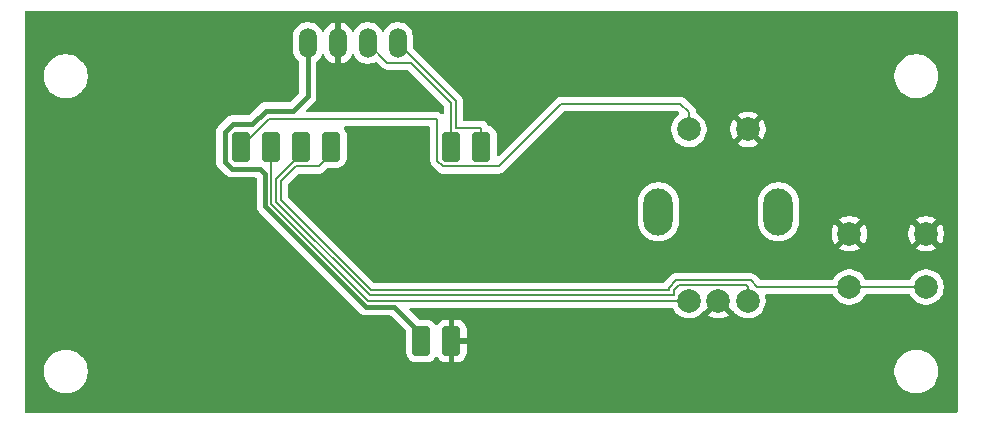
<source format=gbr>
%TF.GenerationSoftware,KiCad,Pcbnew,9.0.1*%
%TF.CreationDate,2025-04-18T19:30:08+12:00*%
%TF.ProjectId,Custom_V0_Display,43757374-6f6d-45f5-9630-5f446973706c,rev?*%
%TF.SameCoordinates,Original*%
%TF.FileFunction,Copper,L2,Bot*%
%TF.FilePolarity,Positive*%
%FSLAX46Y46*%
G04 Gerber Fmt 4.6, Leading zero omitted, Abs format (unit mm)*
G04 Created by KiCad (PCBNEW 9.0.1) date 2025-04-18 19:30:08*
%MOMM*%
%LPD*%
G01*
G04 APERTURE LIST*
G04 Aperture macros list*
%AMRoundRect*
0 Rectangle with rounded corners*
0 $1 Rounding radius*
0 $2 $3 $4 $5 $6 $7 $8 $9 X,Y pos of 4 corners*
0 Add a 4 corners polygon primitive as box body*
4,1,4,$2,$3,$4,$5,$6,$7,$8,$9,$2,$3,0*
0 Add four circle primitives for the rounded corners*
1,1,$1+$1,$2,$3*
1,1,$1+$1,$4,$5*
1,1,$1+$1,$6,$7*
1,1,$1+$1,$8,$9*
0 Add four rect primitives between the rounded corners*
20,1,$1+$1,$2,$3,$4,$5,0*
20,1,$1+$1,$4,$5,$6,$7,0*
20,1,$1+$1,$6,$7,$8,$9,0*
20,1,$1+$1,$8,$9,$2,$3,0*%
G04 Aperture macros list end*
%TA.AperFunction,ComponentPad*%
%ADD10RoundRect,0.400000X0.400000X-0.900000X0.400000X0.900000X-0.400000X0.900000X-0.400000X-0.900000X0*%
%TD*%
%TA.AperFunction,ComponentPad*%
%ADD11RoundRect,0.400050X0.400050X-0.899950X0.400050X0.899950X-0.400050X0.899950X-0.400050X-0.899950X0*%
%TD*%
%TA.AperFunction,ComponentPad*%
%ADD12O,1.524000X2.524000*%
%TD*%
%TA.AperFunction,ComponentPad*%
%ADD13C,2.000000*%
%TD*%
%TA.AperFunction,ComponentPad*%
%ADD14O,2.500000X4.000000*%
%TD*%
%TA.AperFunction,Conductor*%
%ADD15C,0.200000*%
%TD*%
%TA.AperFunction,Conductor*%
%ADD16C,0.450000*%
%TD*%
G04 APERTURE END LIST*
D10*
%TO.P,REF\u002A\u002A,1*%
%TO.N,GPIO0*%
X124354950Y-61635000D03*
%TO.P,REF\u002A\u002A,2*%
%TO.N,GPIO1*%
X121814950Y-61635000D03*
D11*
%TO.P,REF\u002A\u002A,6*%
%TO.N,GPIO5*%
X111654950Y-61635000D03*
%TO.P,REF\u002A\u002A,7*%
%TO.N,GPIO6*%
X109114950Y-61635000D03*
%TO.P,REF\u002A\u002A,8*%
%TO.N,GPIO7*%
X106574950Y-61635000D03*
%TO.P,REF\u002A\u002A,9*%
%TO.N,GPIO8*%
X104034950Y-61635000D03*
%TO.P,REF\u002A\u002A,20*%
%TO.N,GND*%
X121814950Y-78075000D03*
%TO.P,REF\u002A\u002A,21*%
%TO.N,3v3*%
X119274950Y-78075000D03*
%TD*%
D12*
%TO.P,OLED1,1*%
%TO.N,3v3*%
X109660000Y-52850000D03*
%TO.P,OLED1,2*%
%TO.N,GND*%
X112200000Y-52850000D03*
%TO.P,OLED1,3*%
%TO.N,GPIO1*%
X114740000Y-52850000D03*
%TO.P,OLED1,4*%
%TO.N,GPIO0*%
X117280000Y-52850000D03*
%TD*%
D13*
%TO.P,SW1,1*%
%TO.N,GND*%
X155500000Y-69000000D03*
X162000000Y-69000000D03*
%TO.P,SW1,2*%
%TO.N,GPIO5*%
X155500000Y-73500000D03*
X162000000Y-73500000D03*
%TD*%
%TO.P,SW2,A*%
%TO.N,GPIO7*%
X141920000Y-74650000D03*
%TO.P,SW2,B*%
%TO.N,GPIO6*%
X146920000Y-74650000D03*
%TO.P,SW2,C*%
%TO.N,GND*%
X144420000Y-74650000D03*
D14*
%TO.P,SW2,MP*%
%TO.N,N/C*%
X139340000Y-67150000D03*
X149500000Y-67150000D03*
D13*
%TO.P,SW2,S1*%
%TO.N,GPIO8*%
X141920000Y-60150000D03*
%TO.P,SW2,S2*%
%TO.N,GND*%
X146920000Y-60150000D03*
%TD*%
D15*
%TO.N,GPIO8*%
X141920000Y-58720000D02*
X141920000Y-60150000D01*
X141200000Y-58000000D02*
X141920000Y-58720000D01*
X121100000Y-63300000D02*
X125800000Y-63300000D01*
X125800000Y-63300000D02*
X131100000Y-58000000D01*
X120600000Y-62800000D02*
X121100000Y-63300000D01*
X120600000Y-59300000D02*
X120600000Y-62800000D01*
X106400000Y-59300000D02*
X120600000Y-59300000D01*
X131100000Y-58000000D02*
X141200000Y-58000000D01*
X104034950Y-61665050D02*
X106400000Y-59300000D01*
%TO.N,GPIO5*%
X147704946Y-73500000D02*
X155500000Y-73500000D01*
X147152946Y-72948000D02*
X147704946Y-73500000D01*
X140825977Y-72948000D02*
X147152946Y-72948000D01*
X140218000Y-73799000D02*
X140218000Y-73555977D01*
X108617050Y-63300000D02*
X107376950Y-64540100D01*
X115041714Y-73799000D02*
X140218000Y-73799000D01*
X140218000Y-73555977D02*
X140825977Y-72948000D01*
X110589950Y-63300000D02*
X108617050Y-63300000D01*
X111654950Y-62235000D02*
X110589950Y-63300000D01*
X107376950Y-64540100D02*
X107376950Y-66134236D01*
X107376950Y-66134236D02*
X115041714Y-73799000D01*
D16*
%TO.N,3v3*%
X116975950Y-75176000D02*
X119274950Y-77475000D01*
X114540638Y-75176000D02*
X116975950Y-75176000D01*
X106048950Y-66684312D02*
X114540638Y-75176000D01*
X106048950Y-63948950D02*
X106048950Y-66684312D01*
X105600000Y-63500000D02*
X106048950Y-63948950D01*
X102600000Y-60400000D02*
X102600000Y-62900000D01*
X104959421Y-59696703D02*
X103303297Y-59696703D01*
X103303297Y-59696703D02*
X102600000Y-60400000D01*
X106085475Y-58570649D02*
X104959421Y-59696703D01*
X108429351Y-58570649D02*
X106085475Y-58570649D01*
X102600000Y-62900000D02*
X103200000Y-63500000D01*
X109660000Y-57340000D02*
X108429351Y-58570649D01*
X109660000Y-52850000D02*
X109660000Y-57340000D01*
X103200000Y-63500000D02*
X105600000Y-63500000D01*
D15*
%TO.N,GPIO6*%
X106975950Y-64374000D02*
X109114950Y-62235000D01*
X114875614Y-74200000D02*
X106975950Y-66300336D01*
X140619000Y-74200000D02*
X114875614Y-74200000D01*
X140619000Y-73796054D02*
X140619000Y-74200000D01*
X141066054Y-73349000D02*
X140619000Y-73796054D01*
X146749000Y-73349000D02*
X141066054Y-73349000D01*
X146920000Y-73520000D02*
X146749000Y-73349000D01*
X106975950Y-66300336D02*
X106975950Y-64374000D01*
X146920000Y-74650000D02*
X146920000Y-73520000D01*
%TO.N,GPIO7*%
X106574950Y-66466436D02*
X106574950Y-62235000D01*
X114758514Y-74650000D02*
X106574950Y-66466436D01*
X141920000Y-74650000D02*
X114758514Y-74650000D01*
%TO.N,GPIO0*%
X122215950Y-60034000D02*
X122215950Y-57785950D01*
X124354950Y-60034000D02*
X122215950Y-60034000D01*
X124354950Y-62235000D02*
X124354950Y-60034000D01*
X122215950Y-57785950D02*
X117280000Y-52850000D01*
%TO.N,GPIO1*%
X118362900Y-54500000D02*
X116390000Y-54500000D01*
X116390000Y-54500000D02*
X114740000Y-52850000D01*
X121814950Y-57952050D02*
X118362900Y-54500000D01*
X121814950Y-62235000D02*
X121814950Y-57952050D01*
%TO.N,GPIO5*%
X162000000Y-73500000D02*
X155500000Y-73500000D01*
%TD*%
%TA.AperFunction,Conductor*%
%TO.N,GND*%
G36*
X112450000Y-54588132D02*
G01*
X112495526Y-54580922D01*
X112684437Y-54519542D01*
X112861432Y-54429358D01*
X113022139Y-54312596D01*
X113022140Y-54312596D01*
X113162596Y-54172140D01*
X113162596Y-54172139D01*
X113279358Y-54011432D01*
X113359234Y-53854668D01*
X113407208Y-53803872D01*
X113475029Y-53787077D01*
X113541164Y-53809614D01*
X113580203Y-53854667D01*
X113660213Y-54011694D01*
X113777019Y-54172464D01*
X113917536Y-54312981D01*
X114078306Y-54429787D01*
X114157717Y-54470249D01*
X114255367Y-54520005D01*
X114255370Y-54520006D01*
X114349866Y-54550709D01*
X114444364Y-54581413D01*
X114640639Y-54612500D01*
X114640640Y-54612500D01*
X114839360Y-54612500D01*
X114839361Y-54612500D01*
X115035636Y-54581413D01*
X115224632Y-54520005D01*
X115367038Y-54447444D01*
X115435707Y-54434549D01*
X115500447Y-54460825D01*
X115511014Y-54470249D01*
X115905139Y-54864374D01*
X115905149Y-54864385D01*
X115909479Y-54868715D01*
X115909480Y-54868716D01*
X116021284Y-54980520D01*
X116021286Y-54980521D01*
X116021290Y-54980524D01*
X116148374Y-55053895D01*
X116158216Y-55059577D01*
X116270019Y-55089534D01*
X116310942Y-55100500D01*
X116310943Y-55100500D01*
X118062803Y-55100500D01*
X118129842Y-55120185D01*
X118150484Y-55136819D01*
X121178131Y-58164466D01*
X121211616Y-58225789D01*
X121214450Y-58252147D01*
X121214450Y-58765852D01*
X121194765Y-58832891D01*
X121141961Y-58878646D01*
X121072803Y-58888590D01*
X121009247Y-58859565D01*
X121002769Y-58853533D01*
X120968717Y-58819481D01*
X120968709Y-58819475D01*
X120831790Y-58740426D01*
X120831786Y-58740424D01*
X120831784Y-58740423D01*
X120679057Y-58699500D01*
X120679056Y-58699500D01*
X109625874Y-58699500D01*
X109558835Y-58679815D01*
X109513080Y-58627011D01*
X109503136Y-58557853D01*
X109532161Y-58494297D01*
X109538193Y-58487819D01*
X110223528Y-57802484D01*
X110223533Y-57802479D01*
X110263231Y-57743066D01*
X110302928Y-57683655D01*
X110324621Y-57631284D01*
X110357619Y-57551620D01*
X110379738Y-57440423D01*
X110385500Y-57411457D01*
X110385500Y-54446610D01*
X110405185Y-54379571D01*
X110436616Y-54346291D01*
X110482460Y-54312984D01*
X110482460Y-54312983D01*
X110482464Y-54312981D01*
X110622981Y-54172464D01*
X110739787Y-54011694D01*
X110819796Y-53854667D01*
X110867769Y-53803872D01*
X110935590Y-53787077D01*
X111001725Y-53809614D01*
X111040765Y-53854668D01*
X111120641Y-54011432D01*
X111237403Y-54172139D01*
X111237403Y-54172140D01*
X111377859Y-54312596D01*
X111538567Y-54429358D01*
X111715562Y-54519542D01*
X111904473Y-54580922D01*
X111950000Y-54588133D01*
X111950000Y-53638816D01*
X111966060Y-53654876D01*
X112052939Y-53705036D01*
X112149840Y-53731000D01*
X112250160Y-53731000D01*
X112347061Y-53705036D01*
X112433940Y-53654876D01*
X112450000Y-53638816D01*
X112450000Y-54588132D01*
G37*
%TD.AperFunction*%
%TA.AperFunction,Conductor*%
G36*
X164612539Y-50170185D02*
G01*
X164658294Y-50222989D01*
X164669500Y-50274500D01*
X164669500Y-84025500D01*
X164649815Y-84092539D01*
X164597011Y-84138294D01*
X164545500Y-84149500D01*
X85794500Y-84149500D01*
X85727461Y-84129815D01*
X85681706Y-84077011D01*
X85670500Y-84025500D01*
X85670500Y-80528711D01*
X87319500Y-80528711D01*
X87319500Y-80771288D01*
X87351161Y-81011785D01*
X87413947Y-81246104D01*
X87506773Y-81470205D01*
X87506776Y-81470212D01*
X87628064Y-81680289D01*
X87628066Y-81680292D01*
X87628067Y-81680293D01*
X87775733Y-81872736D01*
X87775739Y-81872743D01*
X87947256Y-82044260D01*
X87947262Y-82044265D01*
X88139711Y-82191936D01*
X88349788Y-82313224D01*
X88573900Y-82406054D01*
X88808211Y-82468838D01*
X88988586Y-82492584D01*
X89048711Y-82500500D01*
X89048712Y-82500500D01*
X89291289Y-82500500D01*
X89339388Y-82494167D01*
X89531789Y-82468838D01*
X89766100Y-82406054D01*
X89990212Y-82313224D01*
X90200289Y-82191936D01*
X90392738Y-82044265D01*
X90564265Y-81872738D01*
X90711936Y-81680289D01*
X90833224Y-81470212D01*
X90926054Y-81246100D01*
X90988838Y-81011789D01*
X91020500Y-80771288D01*
X91020500Y-80528712D01*
X91020500Y-80528711D01*
X159319500Y-80528711D01*
X159319500Y-80771288D01*
X159351161Y-81011785D01*
X159413947Y-81246104D01*
X159506773Y-81470205D01*
X159506776Y-81470212D01*
X159628064Y-81680289D01*
X159628066Y-81680292D01*
X159628067Y-81680293D01*
X159775733Y-81872736D01*
X159775739Y-81872743D01*
X159947256Y-82044260D01*
X159947262Y-82044265D01*
X160139711Y-82191936D01*
X160349788Y-82313224D01*
X160573900Y-82406054D01*
X160808211Y-82468838D01*
X160988586Y-82492584D01*
X161048711Y-82500500D01*
X161048712Y-82500500D01*
X161291289Y-82500500D01*
X161339388Y-82494167D01*
X161531789Y-82468838D01*
X161766100Y-82406054D01*
X161990212Y-82313224D01*
X162200289Y-82191936D01*
X162392738Y-82044265D01*
X162564265Y-81872738D01*
X162711936Y-81680289D01*
X162833224Y-81470212D01*
X162926054Y-81246100D01*
X162988838Y-81011789D01*
X163020500Y-80771288D01*
X163020500Y-80528712D01*
X162988838Y-80288211D01*
X162926054Y-80053900D01*
X162833224Y-79829788D01*
X162711936Y-79619711D01*
X162595621Y-79468126D01*
X162564266Y-79427263D01*
X162564260Y-79427256D01*
X162392743Y-79255739D01*
X162392736Y-79255733D01*
X162200293Y-79108067D01*
X162200292Y-79108066D01*
X162200289Y-79108064D01*
X161990212Y-78986776D01*
X161990205Y-78986773D01*
X161766104Y-78893947D01*
X161531785Y-78831161D01*
X161291289Y-78799500D01*
X161291288Y-78799500D01*
X161048712Y-78799500D01*
X161048711Y-78799500D01*
X160808214Y-78831161D01*
X160573895Y-78893947D01*
X160349794Y-78986773D01*
X160349785Y-78986777D01*
X160139706Y-79108067D01*
X159947263Y-79255733D01*
X159947256Y-79255739D01*
X159775739Y-79427256D01*
X159775733Y-79427263D01*
X159628067Y-79619706D01*
X159506777Y-79829785D01*
X159506773Y-79829794D01*
X159413947Y-80053895D01*
X159351161Y-80288214D01*
X159319500Y-80528711D01*
X91020500Y-80528711D01*
X90988838Y-80288211D01*
X90926054Y-80053900D01*
X90833224Y-79829788D01*
X90711936Y-79619711D01*
X90595621Y-79468126D01*
X90564266Y-79427263D01*
X90564260Y-79427256D01*
X90392743Y-79255739D01*
X90392736Y-79255733D01*
X90200293Y-79108067D01*
X90200292Y-79108066D01*
X90200289Y-79108064D01*
X89990212Y-78986776D01*
X89990205Y-78986773D01*
X89766104Y-78893947D01*
X89531785Y-78831161D01*
X89291289Y-78799500D01*
X89291288Y-78799500D01*
X89048712Y-78799500D01*
X89048711Y-78799500D01*
X88808214Y-78831161D01*
X88573895Y-78893947D01*
X88349794Y-78986773D01*
X88349785Y-78986777D01*
X88139706Y-79108067D01*
X87947263Y-79255733D01*
X87947256Y-79255739D01*
X87775739Y-79427256D01*
X87775733Y-79427263D01*
X87628067Y-79619706D01*
X87506777Y-79829785D01*
X87506773Y-79829794D01*
X87413947Y-80053895D01*
X87351161Y-80288214D01*
X87319500Y-80528711D01*
X85670500Y-80528711D01*
X85670500Y-62971457D01*
X101874499Y-62971457D01*
X101902379Y-63111614D01*
X101902381Y-63111620D01*
X101957070Y-63243651D01*
X102036469Y-63362482D01*
X102737516Y-64063529D01*
X102737524Y-64063535D01*
X102855265Y-64142207D01*
X102856344Y-64142928D01*
X102895016Y-64158946D01*
X102988380Y-64197619D01*
X102988384Y-64197619D01*
X102988385Y-64197620D01*
X103128542Y-64225500D01*
X103128545Y-64225500D01*
X105199450Y-64225500D01*
X105266489Y-64245185D01*
X105312244Y-64297989D01*
X105323450Y-64349500D01*
X105323450Y-66755767D01*
X105323450Y-66755769D01*
X105323449Y-66755769D01*
X105351329Y-66895926D01*
X105351331Y-66895932D01*
X105406020Y-67027963D01*
X105485419Y-67146794D01*
X114078155Y-75739530D01*
X114160445Y-75794514D01*
X114160450Y-75794517D01*
X114196985Y-75818929D01*
X114329018Y-75873619D01*
X114329022Y-75873619D01*
X114329023Y-75873620D01*
X114469180Y-75901500D01*
X114469183Y-75901500D01*
X116624076Y-75901500D01*
X116691115Y-75921185D01*
X116711757Y-75937819D01*
X117938031Y-77164093D01*
X117971516Y-77225416D01*
X117974350Y-77251774D01*
X117974350Y-79037964D01*
X117974351Y-79037983D01*
X117980537Y-79116599D01*
X117980537Y-79116602D01*
X117980538Y-79116603D01*
X118029534Y-79299456D01*
X118058912Y-79357114D01*
X118115473Y-79468124D01*
X118115474Y-79468126D01*
X118181301Y-79549414D01*
X118234608Y-79615242D01*
X118315896Y-79681068D01*
X118381723Y-79734375D01*
X118381725Y-79734376D01*
X118437229Y-79762656D01*
X118550394Y-79820316D01*
X118733247Y-79869312D01*
X118811875Y-79875500D01*
X119738024Y-79875499D01*
X119816653Y-79869312D01*
X119999506Y-79820316D01*
X120168176Y-79734375D01*
X120315292Y-79615242D01*
X120434425Y-79468126D01*
X120434744Y-79467500D01*
X120435025Y-79467201D01*
X120437964Y-79462677D01*
X120438791Y-79463214D01*
X120482718Y-79416703D01*
X120550538Y-79399907D01*
X120616674Y-79422443D01*
X120651680Y-79462843D01*
X120652357Y-79462404D01*
X120655518Y-79467271D01*
X120655715Y-79467499D01*
X120655894Y-79467851D01*
X120655896Y-79467854D01*
X120774963Y-79614886D01*
X120921995Y-79733953D01*
X120921998Y-79733955D01*
X121090575Y-79819848D01*
X121273327Y-79868816D01*
X121351896Y-79874999D01*
X121351910Y-79875000D01*
X121564950Y-79875000D01*
X122064950Y-79875000D01*
X122277990Y-79875000D01*
X122278003Y-79874999D01*
X122356572Y-79868816D01*
X122539324Y-79819848D01*
X122707901Y-79733955D01*
X122707904Y-79733953D01*
X122854936Y-79614886D01*
X122974003Y-79467854D01*
X122974005Y-79467851D01*
X123059898Y-79299274D01*
X123108866Y-79116522D01*
X123115049Y-79037953D01*
X123115050Y-79037940D01*
X123115050Y-78325000D01*
X122064950Y-78325000D01*
X122064950Y-79875000D01*
X121564950Y-79875000D01*
X121564950Y-77790686D01*
X121569344Y-77795080D01*
X121660556Y-77847741D01*
X121762289Y-77875000D01*
X121867611Y-77875000D01*
X121969344Y-77847741D01*
X122060556Y-77795080D01*
X122064950Y-77790686D01*
X122064950Y-77825000D01*
X123115050Y-77825000D01*
X123115050Y-77112059D01*
X123115049Y-77112046D01*
X123108866Y-77033477D01*
X123059898Y-76850725D01*
X122974005Y-76682148D01*
X122974003Y-76682145D01*
X122854936Y-76535113D01*
X122707904Y-76416046D01*
X122707901Y-76416044D01*
X122539324Y-76330151D01*
X122356572Y-76281183D01*
X122278003Y-76275000D01*
X122064950Y-76275000D01*
X122064950Y-77159314D01*
X122060556Y-77154920D01*
X121969344Y-77102259D01*
X121867611Y-77075000D01*
X121762289Y-77075000D01*
X121660556Y-77102259D01*
X121569344Y-77154920D01*
X121564950Y-77159314D01*
X121564950Y-76275000D01*
X121351896Y-76275000D01*
X121273327Y-76281183D01*
X121090575Y-76330151D01*
X120921998Y-76416044D01*
X120921995Y-76416046D01*
X120774963Y-76535113D01*
X120655896Y-76682145D01*
X120655892Y-76682151D01*
X120655711Y-76682508D01*
X120655551Y-76682677D01*
X120652357Y-76687596D01*
X120651457Y-76687011D01*
X120607734Y-76733301D01*
X120539912Y-76750092D01*
X120473778Y-76727550D01*
X120438576Y-76686924D01*
X120437964Y-76687323D01*
X120435098Y-76682910D01*
X120434748Y-76682506D01*
X120434427Y-76681877D01*
X120434425Y-76681873D01*
X120381118Y-76616046D01*
X120315292Y-76534758D01*
X120249464Y-76481451D01*
X120168176Y-76415624D01*
X120168174Y-76415623D01*
X120057164Y-76359062D01*
X119999506Y-76329684D01*
X119932574Y-76311749D01*
X119816651Y-76280687D01*
X119738030Y-76274500D01*
X119738025Y-76274500D01*
X119151824Y-76274500D01*
X119084785Y-76254815D01*
X119064143Y-76238181D01*
X118288143Y-75462181D01*
X118254658Y-75400858D01*
X118259642Y-75331166D01*
X118301514Y-75275233D01*
X118366978Y-75250816D01*
X118375824Y-75250500D01*
X140465932Y-75250500D01*
X140532971Y-75270185D01*
X140576416Y-75318203D01*
X140636657Y-75436433D01*
X140775483Y-75627510D01*
X140942490Y-75794517D01*
X141133567Y-75933343D01*
X141232991Y-75984002D01*
X141344003Y-76040566D01*
X141344005Y-76040566D01*
X141344008Y-76040568D01*
X141464412Y-76079689D01*
X141568631Y-76113553D01*
X141801903Y-76150500D01*
X141801908Y-76150500D01*
X142038097Y-76150500D01*
X142271368Y-76113553D01*
X142272870Y-76113065D01*
X142495992Y-76040568D01*
X142706433Y-75933343D01*
X142897510Y-75794517D01*
X143064517Y-75627510D01*
X143109267Y-75565915D01*
X143113680Y-75561031D01*
X143138059Y-75546063D01*
X143160711Y-75528596D01*
X143168343Y-75527470D01*
X143173223Y-75524475D01*
X143186770Y-75524753D01*
X143192543Y-75523902D01*
X143896212Y-74820233D01*
X143907482Y-74862292D01*
X143979890Y-74987708D01*
X144082292Y-75090110D01*
X144207708Y-75162518D01*
X144249765Y-75173787D01*
X143550893Y-75872658D01*
X143633828Y-75932914D01*
X143844197Y-76040102D01*
X144068752Y-76113065D01*
X144068751Y-76113065D01*
X144301948Y-76150000D01*
X144538052Y-76150000D01*
X144771247Y-76113065D01*
X144995802Y-76040102D01*
X145206163Y-75932918D01*
X145206169Y-75932914D01*
X145289104Y-75872658D01*
X145289105Y-75872658D01*
X144590233Y-75173787D01*
X144632292Y-75162518D01*
X144757708Y-75090110D01*
X144860110Y-74987708D01*
X144932518Y-74862292D01*
X144943787Y-74820234D01*
X145649270Y-75525717D01*
X145692943Y-75534891D01*
X145734614Y-75571259D01*
X145775483Y-75627510D01*
X145942490Y-75794517D01*
X146133567Y-75933343D01*
X146232991Y-75984002D01*
X146344003Y-76040566D01*
X146344005Y-76040566D01*
X146344008Y-76040568D01*
X146464412Y-76079689D01*
X146568631Y-76113553D01*
X146801903Y-76150500D01*
X146801908Y-76150500D01*
X147038097Y-76150500D01*
X147271368Y-76113553D01*
X147272870Y-76113065D01*
X147495992Y-76040568D01*
X147706433Y-75933343D01*
X147897510Y-75794517D01*
X148064517Y-75627510D01*
X148203343Y-75436433D01*
X148310568Y-75225992D01*
X148383553Y-75001368D01*
X148401102Y-74890568D01*
X148420500Y-74768097D01*
X148420500Y-74531902D01*
X148399005Y-74396197D01*
X148383553Y-74298632D01*
X148383552Y-74298628D01*
X148383552Y-74298627D01*
X148371917Y-74262818D01*
X148369922Y-74192977D01*
X148406002Y-74133144D01*
X148468703Y-74102316D01*
X148489848Y-74100500D01*
X154045932Y-74100500D01*
X154112971Y-74120185D01*
X154156416Y-74168203D01*
X154216657Y-74286433D01*
X154355483Y-74477510D01*
X154522490Y-74644517D01*
X154713567Y-74783343D01*
X154812991Y-74834002D01*
X154924003Y-74890566D01*
X154924005Y-74890566D01*
X154924008Y-74890568D01*
X155044412Y-74929689D01*
X155148631Y-74963553D01*
X155381903Y-75000500D01*
X155381908Y-75000500D01*
X155618097Y-75000500D01*
X155851368Y-74963553D01*
X156075992Y-74890568D01*
X156286433Y-74783343D01*
X156477510Y-74644517D01*
X156644517Y-74477510D01*
X156783343Y-74286433D01*
X156843583Y-74168204D01*
X156891558Y-74117409D01*
X156954068Y-74100500D01*
X160545932Y-74100500D01*
X160612971Y-74120185D01*
X160656416Y-74168203D01*
X160716657Y-74286433D01*
X160855483Y-74477510D01*
X161022490Y-74644517D01*
X161213567Y-74783343D01*
X161312991Y-74834002D01*
X161424003Y-74890566D01*
X161424005Y-74890566D01*
X161424008Y-74890568D01*
X161544412Y-74929689D01*
X161648631Y-74963553D01*
X161881903Y-75000500D01*
X161881908Y-75000500D01*
X162118097Y-75000500D01*
X162351368Y-74963553D01*
X162575992Y-74890568D01*
X162786433Y-74783343D01*
X162977510Y-74644517D01*
X163144517Y-74477510D01*
X163283343Y-74286433D01*
X163390568Y-74075992D01*
X163463553Y-73851368D01*
X163500500Y-73618097D01*
X163500500Y-73381902D01*
X163463553Y-73148631D01*
X163390566Y-72924003D01*
X163283342Y-72713566D01*
X163144517Y-72522490D01*
X162977510Y-72355483D01*
X162786433Y-72216657D01*
X162575996Y-72109433D01*
X162351368Y-72036446D01*
X162118097Y-71999500D01*
X162118092Y-71999500D01*
X161881908Y-71999500D01*
X161881903Y-71999500D01*
X161648631Y-72036446D01*
X161424003Y-72109433D01*
X161213566Y-72216657D01*
X161104550Y-72295862D01*
X161022490Y-72355483D01*
X161022488Y-72355485D01*
X161022487Y-72355485D01*
X160855485Y-72522487D01*
X160855485Y-72522488D01*
X160855483Y-72522490D01*
X160809082Y-72586355D01*
X160716657Y-72713566D01*
X160656417Y-72831795D01*
X160608442Y-72882591D01*
X160545932Y-72899500D01*
X156954068Y-72899500D01*
X156887029Y-72879815D01*
X156843583Y-72831795D01*
X156783342Y-72713566D01*
X156644517Y-72522490D01*
X156477510Y-72355483D01*
X156286433Y-72216657D01*
X156075996Y-72109433D01*
X155851368Y-72036446D01*
X155618097Y-71999500D01*
X155618092Y-71999500D01*
X155381908Y-71999500D01*
X155381903Y-71999500D01*
X155148631Y-72036446D01*
X154924003Y-72109433D01*
X154713566Y-72216657D01*
X154604550Y-72295862D01*
X154522490Y-72355483D01*
X154522488Y-72355485D01*
X154522487Y-72355485D01*
X154355485Y-72522487D01*
X154355485Y-72522488D01*
X154355483Y-72522490D01*
X154309082Y-72586355D01*
X154216657Y-72713566D01*
X154156417Y-72831795D01*
X154108442Y-72882591D01*
X154045932Y-72899500D01*
X148005043Y-72899500D01*
X147938004Y-72879815D01*
X147917362Y-72863181D01*
X147640536Y-72586355D01*
X147640534Y-72586352D01*
X147521663Y-72467481D01*
X147521662Y-72467480D01*
X147434850Y-72417360D01*
X147434850Y-72417359D01*
X147434846Y-72417358D01*
X147384731Y-72388423D01*
X147232003Y-72347499D01*
X147073889Y-72347499D01*
X147066293Y-72347499D01*
X147066277Y-72347500D01*
X140905034Y-72347500D01*
X140746919Y-72347500D01*
X140594192Y-72388423D01*
X140594191Y-72388423D01*
X140594189Y-72388424D01*
X140594186Y-72388425D01*
X140544073Y-72417359D01*
X140544072Y-72417360D01*
X140500666Y-72442420D01*
X140457262Y-72467479D01*
X140457259Y-72467481D01*
X139849286Y-73075454D01*
X139849286Y-73075455D01*
X139849284Y-73075457D01*
X139776110Y-73148631D01*
X139762559Y-73162182D01*
X139701235Y-73195666D01*
X139674878Y-73198500D01*
X115341811Y-73198500D01*
X115274772Y-73178815D01*
X115254130Y-73162181D01*
X108377207Y-66285258D01*
X137589500Y-66285258D01*
X137589500Y-68014741D01*
X137604793Y-68130893D01*
X137619452Y-68242238D01*
X137619453Y-68242240D01*
X137678842Y-68463887D01*
X137766650Y-68675876D01*
X137766657Y-68675890D01*
X137881392Y-68874617D01*
X138021081Y-69056661D01*
X138021089Y-69056670D01*
X138183330Y-69218911D01*
X138183338Y-69218918D01*
X138365382Y-69358607D01*
X138365385Y-69358608D01*
X138365388Y-69358611D01*
X138564112Y-69473344D01*
X138564117Y-69473346D01*
X138564123Y-69473349D01*
X138655480Y-69511190D01*
X138776113Y-69561158D01*
X138997762Y-69620548D01*
X139225266Y-69650500D01*
X139225273Y-69650500D01*
X139454727Y-69650500D01*
X139454734Y-69650500D01*
X139682238Y-69620548D01*
X139903887Y-69561158D01*
X140115888Y-69473344D01*
X140314612Y-69358611D01*
X140496661Y-69218919D01*
X140496665Y-69218914D01*
X140496670Y-69218911D01*
X140658911Y-69056670D01*
X140658914Y-69056665D01*
X140658919Y-69056661D01*
X140798611Y-68874612D01*
X140913344Y-68675888D01*
X141001158Y-68463887D01*
X141060548Y-68242238D01*
X141090500Y-68014734D01*
X141090500Y-66285266D01*
X141090499Y-66285258D01*
X147749500Y-66285258D01*
X147749500Y-68014741D01*
X147764793Y-68130893D01*
X147779452Y-68242238D01*
X147779453Y-68242240D01*
X147838842Y-68463887D01*
X147926650Y-68675876D01*
X147926657Y-68675890D01*
X148041392Y-68874617D01*
X148181081Y-69056661D01*
X148181089Y-69056670D01*
X148343330Y-69218911D01*
X148343338Y-69218918D01*
X148525382Y-69358607D01*
X148525385Y-69358608D01*
X148525388Y-69358611D01*
X148724112Y-69473344D01*
X148724117Y-69473346D01*
X148724123Y-69473349D01*
X148815480Y-69511190D01*
X148936113Y-69561158D01*
X149157762Y-69620548D01*
X149385266Y-69650500D01*
X149385273Y-69650500D01*
X149614727Y-69650500D01*
X149614734Y-69650500D01*
X149842238Y-69620548D01*
X150063887Y-69561158D01*
X150275888Y-69473344D01*
X150474612Y-69358611D01*
X150656661Y-69218919D01*
X150656665Y-69218914D01*
X150656670Y-69218911D01*
X150818911Y-69056670D01*
X150818914Y-69056665D01*
X150818919Y-69056661D01*
X150952983Y-68881947D01*
X154000000Y-68881947D01*
X154000000Y-69118052D01*
X154036934Y-69351247D01*
X154109897Y-69575802D01*
X154217087Y-69786174D01*
X154277338Y-69869104D01*
X154277340Y-69869105D01*
X154976212Y-69170233D01*
X154987482Y-69212292D01*
X155059890Y-69337708D01*
X155162292Y-69440110D01*
X155287708Y-69512518D01*
X155329765Y-69523787D01*
X154630893Y-70222658D01*
X154713828Y-70282914D01*
X154924197Y-70390102D01*
X155148752Y-70463065D01*
X155148751Y-70463065D01*
X155381948Y-70500000D01*
X155618052Y-70500000D01*
X155851247Y-70463065D01*
X156075802Y-70390102D01*
X156286163Y-70282918D01*
X156286169Y-70282914D01*
X156369104Y-70222658D01*
X156369105Y-70222658D01*
X155670233Y-69523787D01*
X155712292Y-69512518D01*
X155837708Y-69440110D01*
X155940110Y-69337708D01*
X156012518Y-69212292D01*
X156023787Y-69170234D01*
X156722658Y-69869105D01*
X156722658Y-69869104D01*
X156782914Y-69786169D01*
X156782918Y-69786163D01*
X156890102Y-69575802D01*
X156963065Y-69351247D01*
X157000000Y-69118052D01*
X157000000Y-68881947D01*
X160500000Y-68881947D01*
X160500000Y-69118052D01*
X160536934Y-69351247D01*
X160609897Y-69575802D01*
X160717087Y-69786174D01*
X160777338Y-69869104D01*
X160777340Y-69869105D01*
X161476212Y-69170233D01*
X161487482Y-69212292D01*
X161559890Y-69337708D01*
X161662292Y-69440110D01*
X161787708Y-69512518D01*
X161829765Y-69523787D01*
X161130893Y-70222658D01*
X161213828Y-70282914D01*
X161424197Y-70390102D01*
X161648752Y-70463065D01*
X161648751Y-70463065D01*
X161881948Y-70500000D01*
X162118052Y-70500000D01*
X162351247Y-70463065D01*
X162575802Y-70390102D01*
X162786163Y-70282918D01*
X162786169Y-70282914D01*
X162869104Y-70222658D01*
X162869105Y-70222658D01*
X162170233Y-69523787D01*
X162212292Y-69512518D01*
X162337708Y-69440110D01*
X162440110Y-69337708D01*
X162512518Y-69212292D01*
X162523787Y-69170233D01*
X163222658Y-69869105D01*
X163222658Y-69869104D01*
X163282914Y-69786169D01*
X163282918Y-69786163D01*
X163390102Y-69575802D01*
X163463065Y-69351247D01*
X163500000Y-69118052D01*
X163500000Y-68881947D01*
X163463065Y-68648752D01*
X163390102Y-68424197D01*
X163282914Y-68213828D01*
X163222658Y-68130894D01*
X163222658Y-68130893D01*
X162523787Y-68829765D01*
X162512518Y-68787708D01*
X162440110Y-68662292D01*
X162337708Y-68559890D01*
X162212292Y-68487482D01*
X162170234Y-68476212D01*
X162869105Y-67777340D01*
X162869104Y-67777338D01*
X162786174Y-67717087D01*
X162575802Y-67609897D01*
X162351247Y-67536934D01*
X162351248Y-67536934D01*
X162118052Y-67500000D01*
X161881948Y-67500000D01*
X161648752Y-67536934D01*
X161424197Y-67609897D01*
X161213830Y-67717084D01*
X161130894Y-67777340D01*
X161829766Y-68476212D01*
X161787708Y-68487482D01*
X161662292Y-68559890D01*
X161559890Y-68662292D01*
X161487482Y-68787708D01*
X161476212Y-68829766D01*
X160777340Y-68130894D01*
X160717084Y-68213830D01*
X160609897Y-68424197D01*
X160536934Y-68648752D01*
X160500000Y-68881947D01*
X157000000Y-68881947D01*
X156963065Y-68648752D01*
X156890102Y-68424197D01*
X156782914Y-68213828D01*
X156722658Y-68130894D01*
X156722658Y-68130893D01*
X156023787Y-68829765D01*
X156012518Y-68787708D01*
X155940110Y-68662292D01*
X155837708Y-68559890D01*
X155712292Y-68487482D01*
X155670234Y-68476212D01*
X156369105Y-67777340D01*
X156369104Y-67777339D01*
X156286174Y-67717087D01*
X156075802Y-67609897D01*
X155851247Y-67536934D01*
X155851248Y-67536934D01*
X155618052Y-67500000D01*
X155381948Y-67500000D01*
X155148752Y-67536934D01*
X154924197Y-67609897D01*
X154713830Y-67717084D01*
X154630894Y-67777340D01*
X155329766Y-68476212D01*
X155287708Y-68487482D01*
X155162292Y-68559890D01*
X155059890Y-68662292D01*
X154987482Y-68787708D01*
X154976212Y-68829766D01*
X154277340Y-68130894D01*
X154217084Y-68213830D01*
X154109897Y-68424197D01*
X154036934Y-68648752D01*
X154000000Y-68881947D01*
X150952983Y-68881947D01*
X150958611Y-68874612D01*
X151073344Y-68675888D01*
X151161158Y-68463887D01*
X151220548Y-68242238D01*
X151250500Y-68014734D01*
X151250500Y-66285266D01*
X151220548Y-66057762D01*
X151161158Y-65836113D01*
X151073344Y-65624112D01*
X150958611Y-65425388D01*
X150958608Y-65425385D01*
X150958607Y-65425382D01*
X150818918Y-65243338D01*
X150818911Y-65243330D01*
X150656670Y-65081089D01*
X150656661Y-65081081D01*
X150474617Y-64941392D01*
X150275890Y-64826657D01*
X150275876Y-64826650D01*
X150063887Y-64738842D01*
X149842238Y-64679452D01*
X149804215Y-64674446D01*
X149614741Y-64649500D01*
X149614734Y-64649500D01*
X149385266Y-64649500D01*
X149385258Y-64649500D01*
X149168715Y-64678009D01*
X149157762Y-64679452D01*
X149064076Y-64704554D01*
X148936112Y-64738842D01*
X148724123Y-64826650D01*
X148724109Y-64826657D01*
X148525382Y-64941392D01*
X148343338Y-65081081D01*
X148181081Y-65243338D01*
X148041392Y-65425382D01*
X147926657Y-65624109D01*
X147926650Y-65624123D01*
X147838842Y-65836112D01*
X147779453Y-66057759D01*
X147779451Y-66057770D01*
X147749500Y-66285258D01*
X141090499Y-66285258D01*
X141060548Y-66057762D01*
X141001158Y-65836113D01*
X140913344Y-65624112D01*
X140798611Y-65425388D01*
X140798608Y-65425385D01*
X140798607Y-65425382D01*
X140658918Y-65243338D01*
X140658911Y-65243330D01*
X140496670Y-65081089D01*
X140496661Y-65081081D01*
X140314617Y-64941392D01*
X140115890Y-64826657D01*
X140115876Y-64826650D01*
X139903887Y-64738842D01*
X139682238Y-64679452D01*
X139644215Y-64674446D01*
X139454741Y-64649500D01*
X139454734Y-64649500D01*
X139225266Y-64649500D01*
X139225258Y-64649500D01*
X139008715Y-64678009D01*
X138997762Y-64679452D01*
X138904076Y-64704554D01*
X138776112Y-64738842D01*
X138564123Y-64826650D01*
X138564109Y-64826657D01*
X138365382Y-64941392D01*
X138183338Y-65081081D01*
X138021081Y-65243338D01*
X137881392Y-65425382D01*
X137766657Y-65624109D01*
X137766650Y-65624123D01*
X137678842Y-65836112D01*
X137619453Y-66057759D01*
X137619451Y-66057770D01*
X137589500Y-66285258D01*
X108377207Y-66285258D01*
X108013769Y-65921820D01*
X107980284Y-65860497D01*
X107977450Y-65834139D01*
X107977450Y-64840197D01*
X107997135Y-64773158D01*
X108013769Y-64752516D01*
X108829466Y-63936819D01*
X108890789Y-63903334D01*
X108917147Y-63900500D01*
X110503281Y-63900500D01*
X110503297Y-63900501D01*
X110510893Y-63900501D01*
X110669004Y-63900501D01*
X110669007Y-63900501D01*
X110821735Y-63859577D01*
X110871854Y-63830639D01*
X110958666Y-63780520D01*
X111070470Y-63668716D01*
X111070470Y-63668714D01*
X111080678Y-63658507D01*
X111080680Y-63658504D01*
X111267366Y-63471818D01*
X111328689Y-63438333D01*
X111355047Y-63435499D01*
X112118015Y-63435499D01*
X112118024Y-63435499D01*
X112196653Y-63429312D01*
X112379506Y-63380316D01*
X112548176Y-63294375D01*
X112695292Y-63175242D01*
X112814425Y-63028126D01*
X112900366Y-62859456D01*
X112949362Y-62676603D01*
X112955550Y-62597975D01*
X112955549Y-60672026D01*
X112949362Y-60593397D01*
X112900366Y-60410544D01*
X112827784Y-60268092D01*
X112814426Y-60241875D01*
X112814421Y-60241867D01*
X112701591Y-60102536D01*
X112674698Y-60038049D01*
X112686940Y-59969260D01*
X112734428Y-59918010D01*
X112797956Y-59900500D01*
X119875500Y-59900500D01*
X119942539Y-59920185D01*
X119988294Y-59972989D01*
X119999500Y-60024500D01*
X119999500Y-62713330D01*
X119999499Y-62713348D01*
X119999499Y-62879054D01*
X119999498Y-62879054D01*
X120040422Y-63031782D01*
X120040424Y-63031787D01*
X120043736Y-63037523D01*
X120043737Y-63037525D01*
X120119477Y-63168712D01*
X120119479Y-63168715D01*
X120119480Y-63168716D01*
X120231284Y-63280520D01*
X120231285Y-63280521D01*
X120731284Y-63780520D01*
X120731286Y-63780521D01*
X120731290Y-63780524D01*
X120868209Y-63859573D01*
X120868216Y-63859577D01*
X121020943Y-63900501D01*
X121020945Y-63900501D01*
X121186654Y-63900501D01*
X121186670Y-63900500D01*
X125713331Y-63900500D01*
X125713347Y-63900501D01*
X125720943Y-63900501D01*
X125879054Y-63900501D01*
X125879057Y-63900501D01*
X126031785Y-63859577D01*
X126081904Y-63830639D01*
X126168716Y-63780520D01*
X126280520Y-63668716D01*
X126280520Y-63668714D01*
X126290728Y-63658507D01*
X126290729Y-63658504D01*
X131312416Y-58636819D01*
X131373739Y-58603334D01*
X131400097Y-58600500D01*
X140899903Y-58600500D01*
X140929343Y-58609144D01*
X140959330Y-58615668D01*
X140964345Y-58619422D01*
X140966942Y-58620185D01*
X140987584Y-58636819D01*
X141079474Y-58728709D01*
X141112959Y-58790032D01*
X141107975Y-58859724D01*
X141066103Y-58915657D01*
X141064678Y-58916708D01*
X140942493Y-59005480D01*
X140942487Y-59005485D01*
X140775485Y-59172487D01*
X140775485Y-59172488D01*
X140775483Y-59172490D01*
X140740280Y-59220943D01*
X140636657Y-59363566D01*
X140529433Y-59574003D01*
X140456446Y-59798631D01*
X140419500Y-60031902D01*
X140419500Y-60268097D01*
X140456446Y-60501368D01*
X140529433Y-60725996D01*
X140636519Y-60936163D01*
X140636657Y-60936433D01*
X140775483Y-61127510D01*
X140942490Y-61294517D01*
X141133567Y-61433343D01*
X141232991Y-61484002D01*
X141344003Y-61540566D01*
X141344005Y-61540566D01*
X141344008Y-61540568D01*
X141464412Y-61579689D01*
X141568631Y-61613553D01*
X141801903Y-61650500D01*
X141801908Y-61650500D01*
X142038097Y-61650500D01*
X142271368Y-61613553D01*
X142272870Y-61613065D01*
X142495992Y-61540568D01*
X142706433Y-61433343D01*
X142897510Y-61294517D01*
X143064517Y-61127510D01*
X143203343Y-60936433D01*
X143310568Y-60725992D01*
X143383553Y-60501368D01*
X143397943Y-60410512D01*
X143420500Y-60268097D01*
X143420500Y-60031947D01*
X145420000Y-60031947D01*
X145420000Y-60268052D01*
X145456934Y-60501247D01*
X145529897Y-60725802D01*
X145637087Y-60936174D01*
X145697338Y-61019104D01*
X145697340Y-61019105D01*
X146396212Y-60320233D01*
X146407482Y-60362292D01*
X146479890Y-60487708D01*
X146582292Y-60590110D01*
X146707708Y-60662518D01*
X146749765Y-60673787D01*
X146050893Y-61372658D01*
X146133828Y-61432914D01*
X146344197Y-61540102D01*
X146568752Y-61613065D01*
X146568751Y-61613065D01*
X146801948Y-61650000D01*
X147038052Y-61650000D01*
X147271247Y-61613065D01*
X147495802Y-61540102D01*
X147706163Y-61432918D01*
X147706169Y-61432914D01*
X147789104Y-61372658D01*
X147789105Y-61372658D01*
X147090233Y-60673787D01*
X147132292Y-60662518D01*
X147257708Y-60590110D01*
X147360110Y-60487708D01*
X147432518Y-60362292D01*
X147443787Y-60320234D01*
X148142658Y-61019105D01*
X148142658Y-61019104D01*
X148202914Y-60936169D01*
X148202918Y-60936163D01*
X148310102Y-60725802D01*
X148383065Y-60501247D01*
X148420000Y-60268052D01*
X148420000Y-60031947D01*
X148383065Y-59798752D01*
X148310102Y-59574197D01*
X148202914Y-59363828D01*
X148142658Y-59280894D01*
X148142658Y-59280893D01*
X147443787Y-59979765D01*
X147432518Y-59937708D01*
X147360110Y-59812292D01*
X147257708Y-59709890D01*
X147132292Y-59637482D01*
X147090234Y-59626212D01*
X147789105Y-58927340D01*
X147789104Y-58927338D01*
X147706174Y-58867087D01*
X147495802Y-58759897D01*
X147271247Y-58686934D01*
X147271248Y-58686934D01*
X147038052Y-58650000D01*
X146801948Y-58650000D01*
X146568752Y-58686934D01*
X146344197Y-58759897D01*
X146133830Y-58867084D01*
X146050894Y-58927340D01*
X146749766Y-59626212D01*
X146707708Y-59637482D01*
X146582292Y-59709890D01*
X146479890Y-59812292D01*
X146407482Y-59937708D01*
X146396212Y-59979766D01*
X145697340Y-59280894D01*
X145637084Y-59363830D01*
X145529897Y-59574197D01*
X145456934Y-59798752D01*
X145420000Y-60031947D01*
X143420500Y-60031947D01*
X143420500Y-60031902D01*
X143383553Y-59798631D01*
X143310566Y-59574003D01*
X143254002Y-59462991D01*
X143203343Y-59363567D01*
X143064517Y-59172490D01*
X142897510Y-59005483D01*
X142706433Y-58866657D01*
X142706432Y-58866656D01*
X142706430Y-58866655D01*
X142588205Y-58806415D01*
X142537410Y-58758440D01*
X142520501Y-58695931D01*
X142520501Y-58640944D01*
X142516768Y-58627011D01*
X142479577Y-58488216D01*
X142479348Y-58487819D01*
X142400524Y-58351290D01*
X142400518Y-58351282D01*
X141687590Y-57638355D01*
X141687588Y-57638352D01*
X141568717Y-57519481D01*
X141568709Y-57519475D01*
X141481002Y-57468838D01*
X141481001Y-57468838D01*
X141431785Y-57440423D01*
X141279057Y-57399499D01*
X141120943Y-57399499D01*
X141113347Y-57399499D01*
X141113331Y-57399500D01*
X131186669Y-57399500D01*
X131186653Y-57399499D01*
X131179057Y-57399499D01*
X131020943Y-57399499D01*
X130868215Y-57440423D01*
X130818999Y-57468838D01*
X130818998Y-57468838D01*
X130731290Y-57519475D01*
X130731282Y-57519481D01*
X125867130Y-62383634D01*
X125805807Y-62417119D01*
X125736115Y-62412135D01*
X125680182Y-62370263D01*
X125655765Y-62304799D01*
X125655449Y-62295953D01*
X125655449Y-60671989D01*
X125655448Y-60671970D01*
X125649265Y-60593400D01*
X125649262Y-60593355D01*
X125600270Y-60410512D01*
X125556888Y-60325371D01*
X125514335Y-60241853D01*
X125439953Y-60150000D01*
X125395207Y-60094743D01*
X125305014Y-60021706D01*
X125248096Y-59975614D01*
X125079438Y-59889680D01*
X124993697Y-59866706D01*
X124934037Y-59830341D01*
X124918404Y-59808930D01*
X124835474Y-59665290D01*
X124835468Y-59665282D01*
X124723667Y-59553481D01*
X124723659Y-59553475D01*
X124586740Y-59474426D01*
X124586736Y-59474424D01*
X124586734Y-59474423D01*
X124434007Y-59433500D01*
X124434006Y-59433500D01*
X122940450Y-59433500D01*
X122873411Y-59413815D01*
X122827656Y-59361011D01*
X122816450Y-59309500D01*
X122816450Y-57706895D01*
X122816450Y-57706893D01*
X122775527Y-57554166D01*
X122744543Y-57500500D01*
X122696474Y-57417240D01*
X122696471Y-57417236D01*
X122696470Y-57417234D01*
X122584666Y-57305430D01*
X122584665Y-57305429D01*
X122580335Y-57301099D01*
X122580324Y-57301089D01*
X120807946Y-55528711D01*
X159319500Y-55528711D01*
X159319500Y-55771288D01*
X159351161Y-56011785D01*
X159413947Y-56246104D01*
X159506773Y-56470205D01*
X159506776Y-56470212D01*
X159628064Y-56680289D01*
X159628066Y-56680292D01*
X159628067Y-56680293D01*
X159775733Y-56872736D01*
X159775739Y-56872743D01*
X159947256Y-57044260D01*
X159947262Y-57044265D01*
X160139711Y-57191936D01*
X160349788Y-57313224D01*
X160573900Y-57406054D01*
X160808211Y-57468838D01*
X160988586Y-57492584D01*
X161048711Y-57500500D01*
X161048712Y-57500500D01*
X161291289Y-57500500D01*
X161339388Y-57494167D01*
X161531789Y-57468838D01*
X161766100Y-57406054D01*
X161990212Y-57313224D01*
X162200289Y-57191936D01*
X162392738Y-57044265D01*
X162564265Y-56872738D01*
X162711936Y-56680289D01*
X162833224Y-56470212D01*
X162926054Y-56246100D01*
X162988838Y-56011789D01*
X163020500Y-55771288D01*
X163020500Y-55528712D01*
X162988838Y-55288211D01*
X162926054Y-55053900D01*
X162833224Y-54829788D01*
X162711936Y-54619711D01*
X162579111Y-54446610D01*
X162564266Y-54427263D01*
X162564260Y-54427256D01*
X162392743Y-54255739D01*
X162392736Y-54255733D01*
X162200293Y-54108067D01*
X162200292Y-54108066D01*
X162200289Y-54108064D01*
X161990212Y-53986776D01*
X161990205Y-53986773D01*
X161766104Y-53893947D01*
X161648944Y-53862554D01*
X161531789Y-53831162D01*
X161531788Y-53831161D01*
X161531785Y-53831161D01*
X161291289Y-53799500D01*
X161291288Y-53799500D01*
X161048712Y-53799500D01*
X161048711Y-53799500D01*
X160808214Y-53831161D01*
X160573895Y-53893947D01*
X160349794Y-53986773D01*
X160349785Y-53986777D01*
X160139706Y-54108067D01*
X159947263Y-54255733D01*
X159947256Y-54255739D01*
X159775739Y-54427256D01*
X159775733Y-54427263D01*
X159628067Y-54619706D01*
X159506777Y-54829785D01*
X159506773Y-54829794D01*
X159413947Y-55053895D01*
X159351161Y-55288214D01*
X159319500Y-55528711D01*
X120807946Y-55528711D01*
X118578819Y-53299584D01*
X118545334Y-53238261D01*
X118542500Y-53211903D01*
X118542500Y-52250639D01*
X118534945Y-52202939D01*
X118511413Y-52054364D01*
X118450005Y-51865368D01*
X118450005Y-51865367D01*
X118359921Y-51688569D01*
X118359787Y-51688306D01*
X118242981Y-51527536D01*
X118102464Y-51387019D01*
X117941694Y-51270213D01*
X117764632Y-51179994D01*
X117764629Y-51179993D01*
X117575637Y-51118587D01*
X117477498Y-51103043D01*
X117379361Y-51087500D01*
X117180639Y-51087500D01*
X117115214Y-51097862D01*
X116984362Y-51118587D01*
X116795370Y-51179993D01*
X116795367Y-51179994D01*
X116618305Y-51270213D01*
X116457533Y-51387021D01*
X116317021Y-51527533D01*
X116200213Y-51688305D01*
X116120485Y-51844780D01*
X116072510Y-51895576D01*
X116004689Y-51912371D01*
X115938554Y-51889833D01*
X115899515Y-51844780D01*
X115819921Y-51688569D01*
X115819787Y-51688306D01*
X115702981Y-51527536D01*
X115562464Y-51387019D01*
X115401694Y-51270213D01*
X115224632Y-51179994D01*
X115224629Y-51179993D01*
X115035637Y-51118587D01*
X114937498Y-51103043D01*
X114839361Y-51087500D01*
X114640639Y-51087500D01*
X114575214Y-51097862D01*
X114444362Y-51118587D01*
X114255370Y-51179993D01*
X114255367Y-51179994D01*
X114078305Y-51270213D01*
X113917533Y-51387021D01*
X113777021Y-51527533D01*
X113660213Y-51688305D01*
X113580204Y-51845331D01*
X113532229Y-51896127D01*
X113464408Y-51912922D01*
X113398273Y-51890384D01*
X113359234Y-51845331D01*
X113279358Y-51688567D01*
X113162596Y-51527860D01*
X113162596Y-51527859D01*
X113022140Y-51387403D01*
X112861432Y-51270641D01*
X112684434Y-51180456D01*
X112684436Y-51180456D01*
X112495517Y-51119074D01*
X112450000Y-51111865D01*
X112450000Y-52061184D01*
X112433940Y-52045124D01*
X112347061Y-51994964D01*
X112250160Y-51969000D01*
X112149840Y-51969000D01*
X112052939Y-51994964D01*
X111966060Y-52045124D01*
X111950000Y-52061184D01*
X111950000Y-51111865D01*
X111949999Y-51111865D01*
X111904482Y-51119074D01*
X111715564Y-51180456D01*
X111538567Y-51270641D01*
X111377860Y-51387403D01*
X111377859Y-51387403D01*
X111237403Y-51527859D01*
X111237403Y-51527860D01*
X111120639Y-51688569D01*
X111040764Y-51845332D01*
X110992790Y-51896127D01*
X110924969Y-51912922D01*
X110858834Y-51890384D01*
X110819796Y-51845332D01*
X110739787Y-51688306D01*
X110622981Y-51527536D01*
X110482464Y-51387019D01*
X110321694Y-51270213D01*
X110144632Y-51179994D01*
X110144629Y-51179993D01*
X109955637Y-51118587D01*
X109857498Y-51103043D01*
X109759361Y-51087500D01*
X109560639Y-51087500D01*
X109495214Y-51097862D01*
X109364362Y-51118587D01*
X109175370Y-51179993D01*
X109175367Y-51179994D01*
X108998305Y-51270213D01*
X108837533Y-51387021D01*
X108697021Y-51527533D01*
X108580213Y-51688305D01*
X108489994Y-51865367D01*
X108489993Y-51865370D01*
X108428587Y-52054362D01*
X108397500Y-52250639D01*
X108397500Y-53449360D01*
X108428587Y-53645637D01*
X108489993Y-53834629D01*
X108489994Y-53834632D01*
X108567517Y-53986777D01*
X108580213Y-54011694D01*
X108697019Y-54172464D01*
X108697021Y-54172466D01*
X108837539Y-54312984D01*
X108883384Y-54346291D01*
X108926050Y-54401620D01*
X108934500Y-54446610D01*
X108934500Y-56988126D01*
X108914815Y-57055165D01*
X108898181Y-57075807D01*
X108165158Y-57808830D01*
X108103835Y-57842315D01*
X108077477Y-57845149D01*
X106014018Y-57845149D01*
X105874041Y-57872993D01*
X105874031Y-57872995D01*
X105873855Y-57873029D01*
X105741823Y-57927719D01*
X105622992Y-58007118D01*
X105622991Y-58007119D01*
X104695228Y-58934884D01*
X104633905Y-58968369D01*
X104607547Y-58971203D01*
X103231840Y-58971203D01*
X103091682Y-58999082D01*
X103091676Y-58999084D01*
X102959645Y-59053773D01*
X102840814Y-59133172D01*
X102036472Y-59937514D01*
X102036466Y-59937521D01*
X101967756Y-60040354D01*
X101967756Y-60040356D01*
X101957071Y-60056347D01*
X101957069Y-60056350D01*
X101902381Y-60188379D01*
X101902379Y-60188385D01*
X101874500Y-60328542D01*
X101874500Y-60328545D01*
X101874500Y-62971455D01*
X101874500Y-62971457D01*
X101874499Y-62971457D01*
X85670500Y-62971457D01*
X85670500Y-55528711D01*
X87319500Y-55528711D01*
X87319500Y-55771288D01*
X87351161Y-56011785D01*
X87413947Y-56246104D01*
X87506773Y-56470205D01*
X87506776Y-56470212D01*
X87628064Y-56680289D01*
X87628066Y-56680292D01*
X87628067Y-56680293D01*
X87775733Y-56872736D01*
X87775739Y-56872743D01*
X87947256Y-57044260D01*
X87947262Y-57044265D01*
X88139711Y-57191936D01*
X88349788Y-57313224D01*
X88573900Y-57406054D01*
X88808211Y-57468838D01*
X88988586Y-57492584D01*
X89048711Y-57500500D01*
X89048712Y-57500500D01*
X89291289Y-57500500D01*
X89339388Y-57494167D01*
X89531789Y-57468838D01*
X89766100Y-57406054D01*
X89990212Y-57313224D01*
X90200289Y-57191936D01*
X90392738Y-57044265D01*
X90564265Y-56872738D01*
X90711936Y-56680289D01*
X90833224Y-56470212D01*
X90926054Y-56246100D01*
X90988838Y-56011789D01*
X91020500Y-55771288D01*
X91020500Y-55528712D01*
X90988838Y-55288211D01*
X90926054Y-55053900D01*
X90833224Y-54829788D01*
X90711936Y-54619711D01*
X90579111Y-54446610D01*
X90564266Y-54427263D01*
X90564260Y-54427256D01*
X90392743Y-54255739D01*
X90392736Y-54255733D01*
X90200293Y-54108067D01*
X90200292Y-54108066D01*
X90200289Y-54108064D01*
X89990212Y-53986776D01*
X89990205Y-53986773D01*
X89766104Y-53893947D01*
X89648944Y-53862554D01*
X89531789Y-53831162D01*
X89531788Y-53831161D01*
X89531785Y-53831161D01*
X89291289Y-53799500D01*
X89291288Y-53799500D01*
X89048712Y-53799500D01*
X89048711Y-53799500D01*
X88808214Y-53831161D01*
X88573895Y-53893947D01*
X88349794Y-53986773D01*
X88349785Y-53986777D01*
X88139706Y-54108067D01*
X87947263Y-54255733D01*
X87947256Y-54255739D01*
X87775739Y-54427256D01*
X87775733Y-54427263D01*
X87628067Y-54619706D01*
X87506777Y-54829785D01*
X87506773Y-54829794D01*
X87413947Y-55053895D01*
X87351161Y-55288214D01*
X87319500Y-55528711D01*
X85670500Y-55528711D01*
X85670500Y-50274500D01*
X85690185Y-50207461D01*
X85742989Y-50161706D01*
X85794500Y-50150500D01*
X164545500Y-50150500D01*
X164612539Y-50170185D01*
G37*
%TD.AperFunction*%
%TD*%
M02*

</source>
